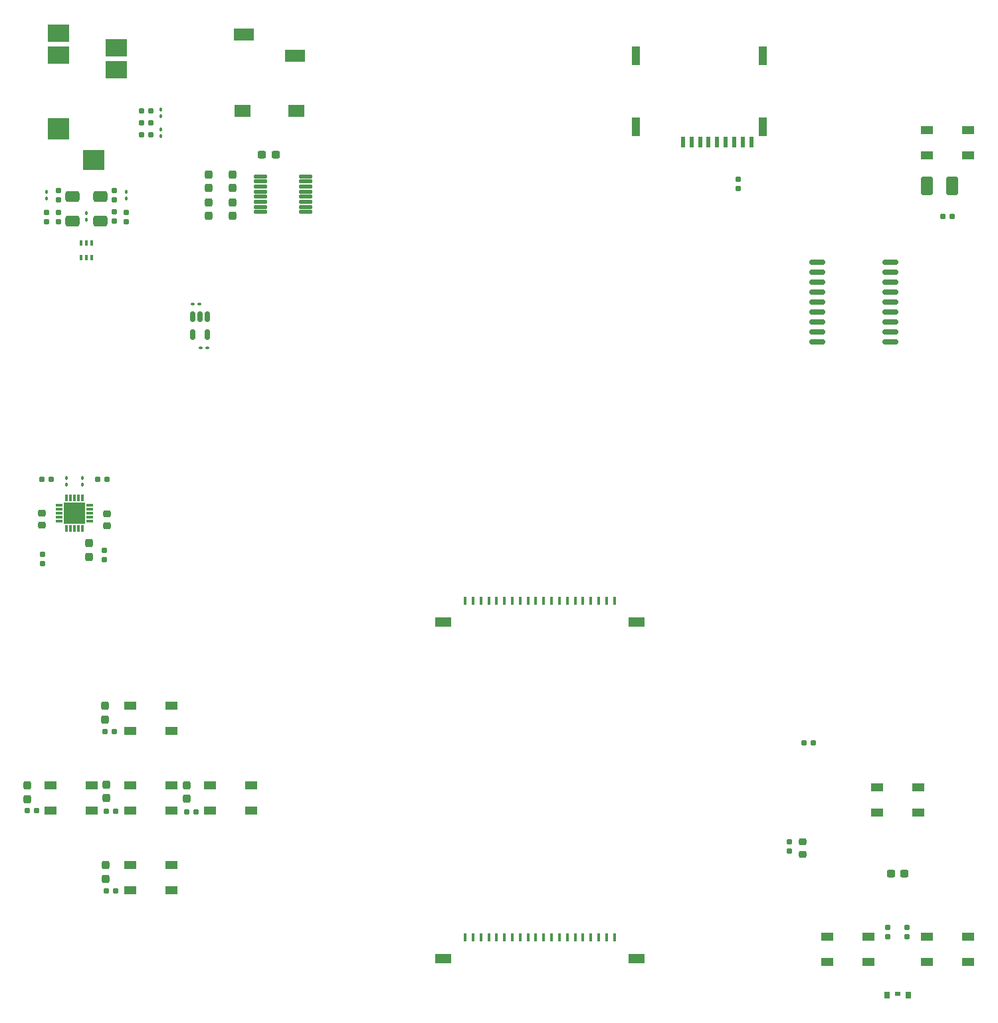
<source format=gbr>
%TF.GenerationSoftware,KiCad,Pcbnew,7.0.2*%
%TF.CreationDate,2024-01-05T18:48:20-08:00*%
%TF.ProjectId,MuKOB,4d754b4f-422e-46b6-9963-61645f706362,1.0*%
%TF.SameCoordinates,Original*%
%TF.FileFunction,Paste,Top*%
%TF.FilePolarity,Positive*%
%FSLAX46Y46*%
G04 Gerber Fmt 4.6, Leading zero omitted, Abs format (unit mm)*
G04 Created by KiCad (PCBNEW 7.0.2) date 2024-01-05 18:48:20*
%MOMM*%
%LPD*%
G01*
G04 APERTURE LIST*
G04 Aperture macros list*
%AMRoundRect*
0 Rectangle with rounded corners*
0 $1 Rounding radius*
0 $2 $3 $4 $5 $6 $7 $8 $9 X,Y pos of 4 corners*
0 Add a 4 corners polygon primitive as box body*
4,1,4,$2,$3,$4,$5,$6,$7,$8,$9,$2,$3,0*
0 Add four circle primitives for the rounded corners*
1,1,$1+$1,$2,$3*
1,1,$1+$1,$4,$5*
1,1,$1+$1,$6,$7*
1,1,$1+$1,$8,$9*
0 Add four rect primitives between the rounded corners*
20,1,$1+$1,$2,$3,$4,$5,0*
20,1,$1+$1,$4,$5,$6,$7,0*
20,1,$1+$1,$6,$7,$8,$9,0*
20,1,$1+$1,$8,$9,$2,$3,0*%
G04 Aperture macros list end*
%ADD10RoundRect,0.160000X0.160000X-0.197500X0.160000X0.197500X-0.160000X0.197500X-0.160000X-0.197500X0*%
%ADD11R,1.600000X1.000000*%
%ADD12RoundRect,0.225000X-0.250000X0.225000X-0.250000X-0.225000X0.250000X-0.225000X0.250000X0.225000X0*%
%ADD13RoundRect,0.090000X0.090000X-0.139000X0.090000X0.139000X-0.090000X0.139000X-0.090000X-0.139000X0*%
%ADD14RoundRect,0.160000X-0.197500X-0.160000X0.197500X-0.160000X0.197500X0.160000X-0.197500X0.160000X0*%
%ADD15R,0.400000X0.650000*%
%ADD16RoundRect,0.250000X0.650000X-0.412500X0.650000X0.412500X-0.650000X0.412500X-0.650000X-0.412500X0*%
%ADD17RoundRect,0.237500X-0.237500X0.300000X-0.237500X-0.300000X0.237500X-0.300000X0.237500X0.300000X0*%
%ADD18RoundRect,0.090000X0.139000X0.090000X-0.139000X0.090000X-0.139000X-0.090000X0.139000X-0.090000X0*%
%ADD19RoundRect,0.237500X0.237500X-0.300000X0.237500X0.300000X-0.237500X0.300000X-0.237500X-0.300000X0*%
%ADD20R,2.794000X2.209800*%
%ADD21R,2.794000X2.794000*%
%ADD22R,2.794000X2.590800*%
%ADD23RoundRect,0.090000X-0.139000X-0.090000X0.139000X-0.090000X0.139000X0.090000X-0.139000X0.090000X0*%
%ADD24RoundRect,0.160000X-0.160000X0.197500X-0.160000X-0.197500X0.160000X-0.197500X0.160000X0.197500X0*%
%ADD25RoundRect,0.150000X-0.875000X-0.150000X0.875000X-0.150000X0.875000X0.150000X-0.875000X0.150000X0*%
%ADD26RoundRect,0.150000X-0.150000X0.512500X-0.150000X-0.512500X0.150000X-0.512500X0.150000X0.512500X0*%
%ADD27RoundRect,0.160000X0.197500X0.160000X-0.197500X0.160000X-0.197500X-0.160000X0.197500X-0.160000X0*%
%ADD28RoundRect,0.237500X-0.300000X-0.237500X0.300000X-0.237500X0.300000X0.237500X-0.300000X0.237500X0*%
%ADD29R,0.620000X1.400000*%
%ADD30R,1.100000X2.400000*%
%ADD31R,0.400000X1.000000*%
%ADD32R,2.000000X1.300000*%
%ADD33RoundRect,0.007800X-0.412200X0.122200X-0.412200X-0.122200X0.412200X-0.122200X0.412200X0.122200X0*%
%ADD34RoundRect,0.007800X0.122200X0.412200X-0.122200X0.412200X-0.122200X-0.412200X0.122200X-0.412200X0*%
%ADD35R,2.700000X2.700000*%
%ADD36RoundRect,0.020500X-0.764500X-0.184500X0.764500X-0.184500X0.764500X0.184500X-0.764500X0.184500X0*%
%ADD37RoundRect,0.250001X0.499999X0.924999X-0.499999X0.924999X-0.499999X-0.924999X0.499999X-0.924999X0*%
%ADD38R,0.710000X0.900000*%
%ADD39R,0.800000X0.600000*%
%ADD40R,2.500000X1.500000*%
%ADD41R,2.150000X1.500000*%
G04 APERTURE END LIST*
D10*
%TO.C,R16*%
X62484000Y-75314100D03*
X62484000Y-74119100D03*
%TD*%
D11*
%TO.C,SW4*%
X54386000Y-147254400D03*
X59636000Y-147254400D03*
X54386000Y-150454400D03*
X59636000Y-150454400D03*
%TD*%
D12*
%TO.C,C7*%
X61530000Y-112589000D03*
X61530000Y-114139000D03*
%TD*%
D10*
%TO.C,R15*%
X62484000Y-72545500D03*
X62484000Y-71350500D03*
%TD*%
D13*
%TO.C,C14*%
X68407242Y-64438500D03*
X68407242Y-63573500D03*
%TD*%
D14*
%TO.C,R19*%
X61276900Y-140370800D03*
X62471900Y-140370800D03*
%TD*%
D13*
%TO.C,C15*%
X68407242Y-61900500D03*
X68407242Y-61035500D03*
%TD*%
%TO.C,C17*%
X53848000Y-72380500D03*
X53848000Y-71515500D03*
%TD*%
%TO.C,C12*%
X56388000Y-108890500D03*
X56388000Y-108025500D03*
%TD*%
D15*
%TO.C,U6*%
X58278000Y-79944000D03*
X58928000Y-79944000D03*
X59578000Y-79944000D03*
X59578000Y-78044000D03*
X58928000Y-78044000D03*
X58278000Y-78044000D03*
%TD*%
D10*
%TO.C,R7*%
X53330000Y-118961500D03*
X53330000Y-117766500D03*
%TD*%
D16*
%TO.C,C16*%
X57150000Y-75288500D03*
X57150000Y-72163500D03*
%TD*%
D14*
%TO.C,R21*%
X61480100Y-150520400D03*
X62675100Y-150520400D03*
%TD*%
D17*
%TO.C,C24*%
X51423000Y-147281800D03*
X51423000Y-149006800D03*
%TD*%
D18*
%TO.C,C11*%
X74346500Y-91440000D03*
X73481500Y-91440000D03*
%TD*%
D12*
%TO.C,C4*%
X150219400Y-154472700D03*
X150219400Y-156022700D03*
%TD*%
D19*
%TO.C,C5*%
X74537000Y-74633400D03*
X74537000Y-72908400D03*
%TD*%
D10*
%TO.C,R12*%
X55372000Y-72545500D03*
X55372000Y-71350500D03*
%TD*%
D20*
%TO.C,J14*%
X55372000Y-51308000D03*
D21*
X55372000Y-63500000D03*
D20*
X62773560Y-56007000D03*
X55372000Y-54102000D03*
D22*
X59822080Y-67487800D03*
D20*
X62773560Y-53187600D03*
%TD*%
D14*
%TO.C,R9*%
X65950500Y-61214000D03*
X67145500Y-61214000D03*
%TD*%
D23*
%TO.C,C10*%
X72465500Y-85852000D03*
X73330500Y-85852000D03*
%TD*%
D14*
%TO.C,R23*%
X61442700Y-160665400D03*
X62637700Y-160665400D03*
%TD*%
D24*
%TO.C,R25*%
X163525200Y-165366100D03*
X163525200Y-166561100D03*
%TD*%
D25*
%TO.C,U3*%
X152068000Y-80518000D03*
X152068000Y-81788000D03*
X152068000Y-83058000D03*
X152068000Y-84328000D03*
X152068000Y-85598000D03*
X152068000Y-86868000D03*
X152068000Y-88138000D03*
X152068000Y-89408000D03*
X152068000Y-90678000D03*
X161368000Y-90678000D03*
X161368000Y-89408000D03*
X161368000Y-88138000D03*
X161368000Y-86868000D03*
X161368000Y-85598000D03*
X161368000Y-84328000D03*
X161368000Y-83058000D03*
X161368000Y-81788000D03*
X161368000Y-80518000D03*
%TD*%
D26*
%TO.C,U4*%
X74356000Y-87508500D03*
X73406000Y-87508500D03*
X72456000Y-87508500D03*
X72456000Y-89783500D03*
X74356000Y-89783500D03*
%TD*%
D17*
%TO.C,C9*%
X59230000Y-116351500D03*
X59230000Y-118076500D03*
%TD*%
D27*
%TO.C,R4*%
X61557500Y-108204000D03*
X60362500Y-108204000D03*
%TD*%
D11*
%TO.C,SW7*%
X64546000Y-157414400D03*
X69796000Y-157414400D03*
X64546000Y-160614400D03*
X69796000Y-160614400D03*
%TD*%
D17*
%TO.C,C25*%
X61442600Y-147168700D03*
X61442600Y-148893700D03*
%TD*%
D28*
%TO.C,C2*%
X81293000Y-66793400D03*
X83018000Y-66793400D03*
%TD*%
D17*
%TO.C,C6*%
X77585000Y-72908400D03*
X77585000Y-74633400D03*
%TD*%
D11*
%TO.C,SW3*%
X64546000Y-137094400D03*
X69796000Y-137094400D03*
X64546000Y-140294400D03*
X69796000Y-140294400D03*
%TD*%
D24*
%TO.C,R24*%
X161036000Y-165366100D03*
X161036000Y-166561100D03*
%TD*%
D17*
%TO.C,C23*%
X61278200Y-137121800D03*
X61278200Y-138846800D03*
%TD*%
D10*
%TO.C,R6*%
X61230000Y-118461500D03*
X61230000Y-117266500D03*
%TD*%
D14*
%TO.C,R5*%
X53250500Y-108204000D03*
X54445500Y-108204000D03*
%TD*%
D10*
%TO.C,R14*%
X64008000Y-75339500D03*
X64008000Y-74144500D03*
%TD*%
D11*
%TO.C,SW9*%
X166031000Y-166548000D03*
X171281000Y-166548000D03*
X166031000Y-169748000D03*
X171281000Y-169748000D03*
%TD*%
D29*
%TO.C,J6*%
X134916000Y-65224900D03*
X136016000Y-65224900D03*
X137116000Y-65224900D03*
X138216000Y-65224900D03*
X139316000Y-65224900D03*
X140416000Y-65224900D03*
X141516000Y-65224900D03*
X142616000Y-65224900D03*
X143716000Y-65224900D03*
D30*
X145096000Y-63224900D03*
X145096000Y-54224900D03*
X128946000Y-63224900D03*
X128946000Y-54224900D03*
%TD*%
D11*
%TO.C,SW1*%
X171281000Y-66878000D03*
X166031000Y-66878000D03*
X171281000Y-63678000D03*
X166031000Y-63678000D03*
%TD*%
D31*
%TO.C,J18*%
X107201000Y-123698000D03*
X108201000Y-123698000D03*
X109201000Y-123698000D03*
X110201000Y-123698000D03*
X111201000Y-123698000D03*
X112201000Y-123698000D03*
X113201000Y-123698000D03*
X114201000Y-123698000D03*
X115201000Y-123698000D03*
X116201000Y-123698000D03*
X117201000Y-123698000D03*
X118201000Y-123698000D03*
X119201000Y-123698000D03*
X120201000Y-123698000D03*
X121201000Y-123698000D03*
X122201000Y-123698000D03*
X123201000Y-123698000D03*
X124201000Y-123698000D03*
X125201000Y-123698000D03*
X126201000Y-123698000D03*
D32*
X104401000Y-126398000D03*
X129001000Y-126398000D03*
%TD*%
D13*
%TO.C,C20*%
X64008000Y-72380500D03*
X64008000Y-71515500D03*
%TD*%
D16*
%TO.C,C19*%
X60706000Y-75288500D03*
X60706000Y-72163500D03*
%TD*%
D12*
%TO.C,C8*%
X53280000Y-112539000D03*
X53280000Y-114089000D03*
%TD*%
D14*
%TO.C,R3*%
X150332500Y-141864000D03*
X151527500Y-141864000D03*
%TD*%
D17*
%TO.C,C26*%
X71678800Y-147246000D03*
X71678800Y-148971000D03*
%TD*%
D19*
%TO.C,C3*%
X77585000Y-71077400D03*
X77585000Y-69352400D03*
%TD*%
D14*
%TO.C,R20*%
X51396400Y-150480000D03*
X52591400Y-150480000D03*
%TD*%
D28*
%TO.C,C22*%
X161420800Y-158498900D03*
X163145800Y-158498900D03*
%TD*%
D11*
%TO.C,SW8*%
X153331000Y-166548000D03*
X158581000Y-166548000D03*
X153331000Y-169748000D03*
X158581000Y-169748000D03*
%TD*%
D17*
%TO.C,C27*%
X61354400Y-157415300D03*
X61354400Y-159140300D03*
%TD*%
D14*
%TO.C,R22*%
X71677600Y-150596600D03*
X72872600Y-150596600D03*
%TD*%
D33*
%TO.C,U5*%
X55434000Y-111522000D03*
X55434000Y-112022000D03*
X55434000Y-112522000D03*
X55434000Y-113022000D03*
X55434000Y-113522000D03*
D34*
X56404000Y-114492000D03*
X56904000Y-114492000D03*
X57404000Y-114492000D03*
X57904000Y-114492000D03*
X58404000Y-114492000D03*
D33*
X59374000Y-113522000D03*
X59374000Y-113022000D03*
X59374000Y-112522000D03*
X59374000Y-112022000D03*
X59374000Y-111522000D03*
D34*
X58404000Y-110552000D03*
X57904000Y-110552000D03*
X57404000Y-110552000D03*
X56904000Y-110552000D03*
X56404000Y-110552000D03*
D35*
X57404000Y-112522000D03*
%TD*%
D13*
%TO.C,C18*%
X58928000Y-75108500D03*
X58928000Y-74243500D03*
%TD*%
D31*
%TO.C,J9*%
X107201000Y-166634400D03*
X108201000Y-166634400D03*
X109201000Y-166634400D03*
X110201000Y-166634400D03*
X111201000Y-166634400D03*
X112201000Y-166634400D03*
X113201000Y-166634400D03*
X114201000Y-166634400D03*
X115201000Y-166634400D03*
X116201000Y-166634400D03*
X117201000Y-166634400D03*
X118201000Y-166634400D03*
X119201000Y-166634400D03*
X120201000Y-166634400D03*
X121201000Y-166634400D03*
X122201000Y-166634400D03*
X123201000Y-166634400D03*
X124201000Y-166634400D03*
X125201000Y-166634400D03*
X126201000Y-166634400D03*
D32*
X104401000Y-169334400D03*
X129001000Y-169334400D03*
%TD*%
D36*
%TO.C,U1*%
X81141000Y-69575400D03*
X81141000Y-70225400D03*
X81141000Y-70875400D03*
X81141000Y-71525400D03*
X81141000Y-72175400D03*
X81141000Y-72825400D03*
X81141000Y-73475400D03*
X81141000Y-74125400D03*
X86881000Y-74125400D03*
X86881000Y-73475400D03*
X86881000Y-72825400D03*
X86881000Y-72175400D03*
X86881000Y-71525400D03*
X86881000Y-70875400D03*
X86881000Y-70225400D03*
X86881000Y-69575400D03*
%TD*%
D37*
%TO.C,C21*%
X169281600Y-70803100D03*
X166031600Y-70803100D03*
%TD*%
D11*
%TO.C,SW5*%
X64546000Y-147254400D03*
X69796000Y-147254400D03*
X64546000Y-150454400D03*
X69796000Y-150454400D03*
%TD*%
%TO.C,SW6*%
X74706000Y-147254400D03*
X79956000Y-147254400D03*
X74706000Y-150454400D03*
X79956000Y-150454400D03*
%TD*%
D24*
%TO.C,R1*%
X148539200Y-154469500D03*
X148539200Y-155664500D03*
%TD*%
D10*
%TO.C,R11*%
X53848000Y-75339500D03*
X53848000Y-74144500D03*
%TD*%
D38*
%TO.C,LED1*%
X163656000Y-173998000D03*
X160956000Y-173998000D03*
D39*
X162306000Y-173848000D03*
%TD*%
D14*
%TO.C,R8*%
X65950500Y-64262000D03*
X67145500Y-64262000D03*
%TD*%
D11*
%TO.C,SW2*%
X159681000Y-147498000D03*
X164931000Y-147498000D03*
X159681000Y-150698000D03*
X164931000Y-150698000D03*
%TD*%
D14*
%TO.C,R17*%
X168024900Y-74663900D03*
X169219900Y-74663900D03*
%TD*%
D13*
%TO.C,C13*%
X58420000Y-108890500D03*
X58420000Y-108025500D03*
%TD*%
D24*
%TO.C,R18*%
X141986000Y-69916500D03*
X141986000Y-71111500D03*
%TD*%
D19*
%TO.C,C1*%
X74537000Y-71077400D03*
X74537000Y-69352400D03*
%TD*%
D14*
%TO.C,R10*%
X65950500Y-62738000D03*
X67145500Y-62738000D03*
%TD*%
D10*
%TO.C,R13*%
X55372000Y-75339500D03*
X55372000Y-74144500D03*
%TD*%
D40*
%TO.C,J2*%
X79030000Y-51524400D03*
D41*
X78855000Y-61224400D03*
D40*
X85530000Y-54224400D03*
D41*
X85705000Y-61224400D03*
%TD*%
M02*

</source>
